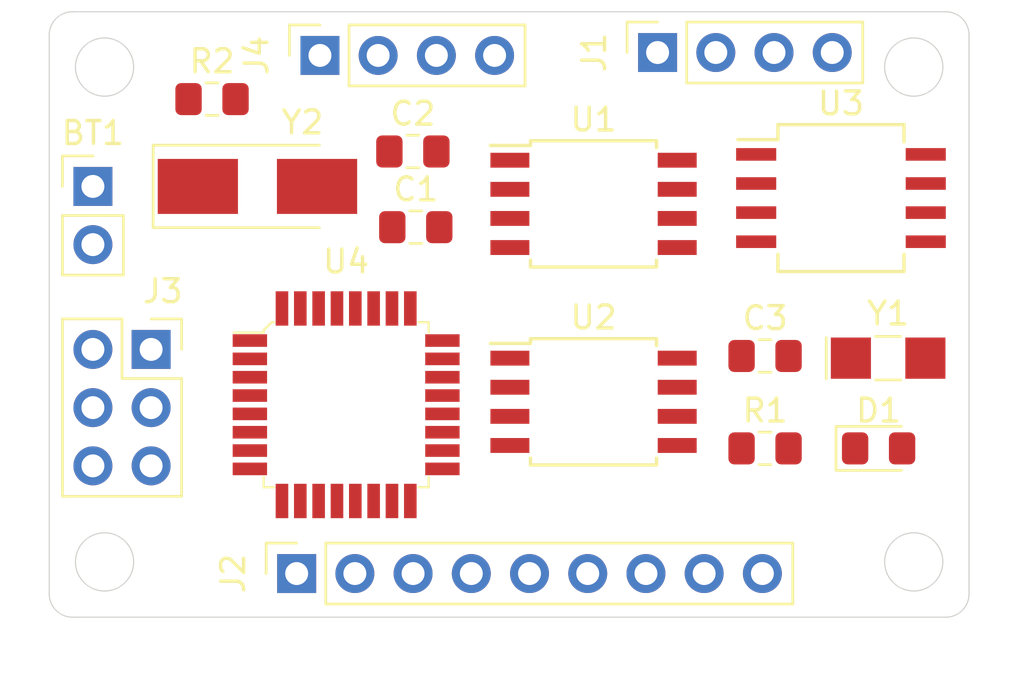
<source format=kicad_pcb>
(kicad_pcb (version 20171130) (host pcbnew "(5.1.4)-1")

  (general
    (thickness 1.6)
    (drawings 12)
    (tracks 0)
    (zones 0)
    (modules 17)
    (nets 32)
  )

  (page A4)
  (title_block
    (title "Arduino Clone")
    (date 2019-10-16)
    (rev v1)
    (company "Designed by Pablo Roig")
    (comment 1 "Battery Powered")
    (comment 2 "Extended EEPROM (2 MB)")
    (comment 3 "With RTC")
  )

  (layers
    (0 F.Cu signal)
    (31 B.Cu signal)
    (32 B.Adhes user)
    (33 F.Adhes user)
    (34 B.Paste user)
    (35 F.Paste user)
    (36 B.SilkS user)
    (37 F.SilkS user)
    (38 B.Mask user)
    (39 F.Mask user)
    (40 Dwgs.User user)
    (41 Cmts.User user)
    (42 Eco1.User user)
    (43 Eco2.User user)
    (44 Edge.Cuts user)
    (45 Margin user)
    (46 B.CrtYd user)
    (47 F.CrtYd user)
    (48 B.Fab user)
    (49 F.Fab user)
  )

  (setup
    (last_trace_width 0.25)
    (user_trace_width 0.3)
    (trace_clearance 0.2)
    (zone_clearance 0.508)
    (zone_45_only no)
    (trace_min 0.2)
    (via_size 0.8)
    (via_drill 0.4)
    (via_min_size 0.4)
    (via_min_drill 0.3)
    (user_via 1 0.6)
    (uvia_size 0.3)
    (uvia_drill 0.1)
    (uvias_allowed no)
    (uvia_min_size 0.2)
    (uvia_min_drill 0.1)
    (edge_width 0.05)
    (segment_width 0.2)
    (pcb_text_width 0.3)
    (pcb_text_size 1.5 1.5)
    (mod_edge_width 0.12)
    (mod_text_size 1 1)
    (mod_text_width 0.15)
    (pad_size 1.524 1.524)
    (pad_drill 0.762)
    (pad_to_mask_clearance 0.051)
    (solder_mask_min_width 0.25)
    (aux_axis_origin 0 0)
    (visible_elements FFFFFF7F)
    (pcbplotparams
      (layerselection 0x010fc_ffffffff)
      (usegerberextensions false)
      (usegerberattributes false)
      (usegerberadvancedattributes false)
      (creategerberjobfile false)
      (excludeedgelayer true)
      (linewidth 0.100000)
      (plotframeref false)
      (viasonmask false)
      (mode 1)
      (useauxorigin false)
      (hpglpennumber 1)
      (hpglpenspeed 20)
      (hpglpendiameter 15.000000)
      (psnegative false)
      (psa4output false)
      (plotreference true)
      (plotvalue true)
      (plotinvisibletext false)
      (padsonsilk false)
      (subtractmaskfromsilk false)
      (outputformat 1)
      (mirror false)
      (drillshape 1)
      (scaleselection 1)
      (outputdirectory ""))
  )

  (net 0 "")
  (net 1 /VCC)
  (net 2 GND)
  (net 3 "Net-(C1-Pad2)")
  (net 4 "Net-(C2-Pad2)")
  (net 5 "Net-(D1-Pad1)")
  (net 6 /SCK)
  (net 7 /RX)
  (net 8 /TX)
  (net 9 /D2)
  (net 10 /D3)
  (net 11 /D4)
  (net 12 /D5)
  (net 13 /D6)
  (net 14 /D7)
  (net 15 /D8)
  (net 16 /MISO)
  (net 17 /MOSI)
  (net 18 /RESET)
  (net 19 /SCL)
  (net 20 /SDA)
  (net 21 /ADDS1)
  (net 22 /ADDS2)
  (net 23 "Net-(U3-Pad1)")
  (net 24 "Net-(U3-Pad2)")
  (net 25 "Net-(U3-Pad7)")
  (net 26 "Net-(U4-Pad13)")
  (net 27 "Net-(U4-Pad14)")
  (net 28 "Net-(U4-Pad19)")
  (net 29 "Net-(U4-Pad22)")
  (net 30 "Net-(U4-Pad25)")
  (net 31 "Net-(U4-Pad26)")

  (net_class Default "This is the default net class."
    (clearance 0.2)
    (trace_width 0.25)
    (via_dia 0.8)
    (via_drill 0.4)
    (uvia_dia 0.3)
    (uvia_drill 0.1)
    (add_net /ADDS1)
    (add_net /ADDS2)
    (add_net /D2)
    (add_net /D3)
    (add_net /D4)
    (add_net /D5)
    (add_net /D6)
    (add_net /D7)
    (add_net /D8)
    (add_net /MISO)
    (add_net /MOSI)
    (add_net /RESET)
    (add_net /RX)
    (add_net /SCK)
    (add_net /SCL)
    (add_net /SDA)
    (add_net /TX)
    (add_net "Net-(C1-Pad2)")
    (add_net "Net-(C2-Pad2)")
    (add_net "Net-(D1-Pad1)")
    (add_net "Net-(U3-Pad1)")
    (add_net "Net-(U3-Pad2)")
    (add_net "Net-(U3-Pad7)")
    (add_net "Net-(U4-Pad13)")
    (add_net "Net-(U4-Pad14)")
    (add_net "Net-(U4-Pad19)")
    (add_net "Net-(U4-Pad22)")
    (add_net "Net-(U4-Pad25)")
    (add_net "Net-(U4-Pad26)")
  )

  (net_class Power ""
    (clearance 0.2)
    (trace_width 0.3)
    (via_dia 1)
    (via_drill 0.6)
    (uvia_dia 0.3)
    (uvia_drill 0.1)
    (add_net /VCC)
    (add_net GND)
  )

  (module Connector_PinHeader_2.54mm:PinHeader_1x02_P2.54mm_Vertical (layer F.Cu) (tedit 59FED5CC) (tstamp 5DA6E56E)
    (at 79.502 127.762)
    (descr "Through hole straight pin header, 1x02, 2.54mm pitch, single row")
    (tags "Through hole pin header THT 1x02 2.54mm single row")
    (path /5DA2ED42)
    (fp_text reference BT1 (at 0 -2.33) (layer F.SilkS)
      (effects (font (size 1 1) (thickness 0.15)))
    )
    (fp_text value "Battery 3V" (at 0 4.87) (layer F.Fab)
      (effects (font (size 1 1) (thickness 0.15)))
    )
    (fp_line (start -0.635 -1.27) (end 1.27 -1.27) (layer F.Fab) (width 0.1))
    (fp_line (start 1.27 -1.27) (end 1.27 3.81) (layer F.Fab) (width 0.1))
    (fp_line (start 1.27 3.81) (end -1.27 3.81) (layer F.Fab) (width 0.1))
    (fp_line (start -1.27 3.81) (end -1.27 -0.635) (layer F.Fab) (width 0.1))
    (fp_line (start -1.27 -0.635) (end -0.635 -1.27) (layer F.Fab) (width 0.1))
    (fp_line (start -1.33 3.87) (end 1.33 3.87) (layer F.SilkS) (width 0.12))
    (fp_line (start -1.33 1.27) (end -1.33 3.87) (layer F.SilkS) (width 0.12))
    (fp_line (start 1.33 1.27) (end 1.33 3.87) (layer F.SilkS) (width 0.12))
    (fp_line (start -1.33 1.27) (end 1.33 1.27) (layer F.SilkS) (width 0.12))
    (fp_line (start -1.33 0) (end -1.33 -1.33) (layer F.SilkS) (width 0.12))
    (fp_line (start -1.33 -1.33) (end 0 -1.33) (layer F.SilkS) (width 0.12))
    (fp_line (start -1.8 -1.8) (end -1.8 4.35) (layer F.CrtYd) (width 0.05))
    (fp_line (start -1.8 4.35) (end 1.8 4.35) (layer F.CrtYd) (width 0.05))
    (fp_line (start 1.8 4.35) (end 1.8 -1.8) (layer F.CrtYd) (width 0.05))
    (fp_line (start 1.8 -1.8) (end -1.8 -1.8) (layer F.CrtYd) (width 0.05))
    (fp_text user %R (at 0 1.27 90) (layer F.Fab)
      (effects (font (size 1 1) (thickness 0.15)))
    )
    (pad 1 thru_hole rect (at 0 0) (size 1.7 1.7) (drill 1) (layers *.Cu *.Mask)
      (net 1 /VCC))
    (pad 2 thru_hole oval (at 0 2.54) (size 1.7 1.7) (drill 1) (layers *.Cu *.Mask)
      (net 2 GND))
    (model ${KISYS3DMOD}/Connector_PinHeader_2.54mm.3dshapes/PinHeader_1x02_P2.54mm_Vertical.wrl
      (at (xyz 0 0 0))
      (scale (xyz 1 1 1))
      (rotate (xyz 0 0 0))
    )
  )

  (module Capacitor_SMD:C_0805_2012Metric_Pad1.15x1.40mm_HandSolder (layer F.Cu) (tedit 5B36C52B) (tstamp 5DA6D4B2)
    (at 93.59 129.54)
    (descr "Capacitor SMD 0805 (2012 Metric), square (rectangular) end terminal, IPC_7351 nominal with elongated pad for handsoldering. (Body size source: https://docs.google.com/spreadsheets/d/1BsfQQcO9C6DZCsRaXUlFlo91Tg2WpOkGARC1WS5S8t0/edit?usp=sharing), generated with kicad-footprint-generator")
    (tags "capacitor handsolder")
    (path /5DA2FE65)
    (attr smd)
    (fp_text reference C1 (at 0 -1.65) (layer F.SilkS)
      (effects (font (size 1 1) (thickness 0.15)))
    )
    (fp_text value 22pF (at 0 1.65) (layer F.Fab)
      (effects (font (size 1 1) (thickness 0.15)))
    )
    (fp_line (start -1 0.6) (end -1 -0.6) (layer F.Fab) (width 0.1))
    (fp_line (start -1 -0.6) (end 1 -0.6) (layer F.Fab) (width 0.1))
    (fp_line (start 1 -0.6) (end 1 0.6) (layer F.Fab) (width 0.1))
    (fp_line (start 1 0.6) (end -1 0.6) (layer F.Fab) (width 0.1))
    (fp_line (start -0.261252 -0.71) (end 0.261252 -0.71) (layer F.SilkS) (width 0.12))
    (fp_line (start -0.261252 0.71) (end 0.261252 0.71) (layer F.SilkS) (width 0.12))
    (fp_line (start -1.85 0.95) (end -1.85 -0.95) (layer F.CrtYd) (width 0.05))
    (fp_line (start -1.85 -0.95) (end 1.85 -0.95) (layer F.CrtYd) (width 0.05))
    (fp_line (start 1.85 -0.95) (end 1.85 0.95) (layer F.CrtYd) (width 0.05))
    (fp_line (start 1.85 0.95) (end -1.85 0.95) (layer F.CrtYd) (width 0.05))
    (fp_text user %R (at 0 0) (layer F.Fab)
      (effects (font (size 0.5 0.5) (thickness 0.08)))
    )
    (pad 1 smd roundrect (at -1.025 0) (size 1.15 1.4) (layers F.Cu F.Paste F.Mask) (roundrect_rratio 0.217391)
      (net 2 GND))
    (pad 2 smd roundrect (at 1.025 0) (size 1.15 1.4) (layers F.Cu F.Paste F.Mask) (roundrect_rratio 0.217391)
      (net 3 "Net-(C1-Pad2)"))
    (model ${KISYS3DMOD}/Capacitor_SMD.3dshapes/C_0805_2012Metric.wrl
      (at (xyz 0 0 0))
      (scale (xyz 1 1 1))
      (rotate (xyz 0 0 0))
    )
  )

  (module Capacitor_SMD:C_0805_2012Metric_Pad1.15x1.40mm_HandSolder (layer F.Cu) (tedit 5B36C52B) (tstamp 5DA6D4C3)
    (at 93.463 126.238)
    (descr "Capacitor SMD 0805 (2012 Metric), square (rectangular) end terminal, IPC_7351 nominal with elongated pad for handsoldering. (Body size source: https://docs.google.com/spreadsheets/d/1BsfQQcO9C6DZCsRaXUlFlo91Tg2WpOkGARC1WS5S8t0/edit?usp=sharing), generated with kicad-footprint-generator")
    (tags "capacitor handsolder")
    (path /5DA30297)
    (attr smd)
    (fp_text reference C2 (at 0 -1.65) (layer F.SilkS)
      (effects (font (size 1 1) (thickness 0.15)))
    )
    (fp_text value 22pF (at 0 1.65) (layer F.Fab)
      (effects (font (size 1 1) (thickness 0.15)))
    )
    (fp_text user %R (at 0 0) (layer F.Fab)
      (effects (font (size 0.5 0.5) (thickness 0.08)))
    )
    (fp_line (start 1.85 0.95) (end -1.85 0.95) (layer F.CrtYd) (width 0.05))
    (fp_line (start 1.85 -0.95) (end 1.85 0.95) (layer F.CrtYd) (width 0.05))
    (fp_line (start -1.85 -0.95) (end 1.85 -0.95) (layer F.CrtYd) (width 0.05))
    (fp_line (start -1.85 0.95) (end -1.85 -0.95) (layer F.CrtYd) (width 0.05))
    (fp_line (start -0.261252 0.71) (end 0.261252 0.71) (layer F.SilkS) (width 0.12))
    (fp_line (start -0.261252 -0.71) (end 0.261252 -0.71) (layer F.SilkS) (width 0.12))
    (fp_line (start 1 0.6) (end -1 0.6) (layer F.Fab) (width 0.1))
    (fp_line (start 1 -0.6) (end 1 0.6) (layer F.Fab) (width 0.1))
    (fp_line (start -1 -0.6) (end 1 -0.6) (layer F.Fab) (width 0.1))
    (fp_line (start -1 0.6) (end -1 -0.6) (layer F.Fab) (width 0.1))
    (pad 2 smd roundrect (at 1.025 0) (size 1.15 1.4) (layers F.Cu F.Paste F.Mask) (roundrect_rratio 0.217391)
      (net 4 "Net-(C2-Pad2)"))
    (pad 1 smd roundrect (at -1.025 0) (size 1.15 1.4) (layers F.Cu F.Paste F.Mask) (roundrect_rratio 0.217391)
      (net 2 GND))
    (model ${KISYS3DMOD}/Capacitor_SMD.3dshapes/C_0805_2012Metric.wrl
      (at (xyz 0 0 0))
      (scale (xyz 1 1 1))
      (rotate (xyz 0 0 0))
    )
  )

  (module Capacitor_SMD:C_0805_2012Metric_Pad1.15x1.40mm_HandSolder (layer F.Cu) (tedit 5B36C52B) (tstamp 5DA6D4D4)
    (at 108.83 135.16)
    (descr "Capacitor SMD 0805 (2012 Metric), square (rectangular) end terminal, IPC_7351 nominal with elongated pad for handsoldering. (Body size source: https://docs.google.com/spreadsheets/d/1BsfQQcO9C6DZCsRaXUlFlo91Tg2WpOkGARC1WS5S8t0/edit?usp=sharing), generated with kicad-footprint-generator")
    (tags "capacitor handsolder")
    (path /5DA309D4)
    (attr smd)
    (fp_text reference C3 (at 0 -1.65) (layer F.SilkS)
      (effects (font (size 1 1) (thickness 0.15)))
    )
    (fp_text value 10uF (at 0 1.65) (layer F.Fab)
      (effects (font (size 1 1) (thickness 0.15)))
    )
    (fp_line (start -1 0.6) (end -1 -0.6) (layer F.Fab) (width 0.1))
    (fp_line (start -1 -0.6) (end 1 -0.6) (layer F.Fab) (width 0.1))
    (fp_line (start 1 -0.6) (end 1 0.6) (layer F.Fab) (width 0.1))
    (fp_line (start 1 0.6) (end -1 0.6) (layer F.Fab) (width 0.1))
    (fp_line (start -0.261252 -0.71) (end 0.261252 -0.71) (layer F.SilkS) (width 0.12))
    (fp_line (start -0.261252 0.71) (end 0.261252 0.71) (layer F.SilkS) (width 0.12))
    (fp_line (start -1.85 0.95) (end -1.85 -0.95) (layer F.CrtYd) (width 0.05))
    (fp_line (start -1.85 -0.95) (end 1.85 -0.95) (layer F.CrtYd) (width 0.05))
    (fp_line (start 1.85 -0.95) (end 1.85 0.95) (layer F.CrtYd) (width 0.05))
    (fp_line (start 1.85 0.95) (end -1.85 0.95) (layer F.CrtYd) (width 0.05))
    (fp_text user %R (at 0 0) (layer F.Fab)
      (effects (font (size 0.5 0.5) (thickness 0.08)))
    )
    (pad 1 smd roundrect (at -1.025 0) (size 1.15 1.4) (layers F.Cu F.Paste F.Mask) (roundrect_rratio 0.217391)
      (net 1 /VCC))
    (pad 2 smd roundrect (at 1.025 0) (size 1.15 1.4) (layers F.Cu F.Paste F.Mask) (roundrect_rratio 0.217391)
      (net 2 GND))
    (model ${KISYS3DMOD}/Capacitor_SMD.3dshapes/C_0805_2012Metric.wrl
      (at (xyz 0 0 0))
      (scale (xyz 1 1 1))
      (rotate (xyz 0 0 0))
    )
  )

  (module LED_SMD:LED_0805_2012Metric_Pad1.15x1.40mm_HandSolder (layer F.Cu) (tedit 5B4B45C9) (tstamp 5DA6D4E7)
    (at 113.783 139.192)
    (descr "LED SMD 0805 (2012 Metric), square (rectangular) end terminal, IPC_7351 nominal, (Body size source: https://docs.google.com/spreadsheets/d/1BsfQQcO9C6DZCsRaXUlFlo91Tg2WpOkGARC1WS5S8t0/edit?usp=sharing), generated with kicad-footprint-generator")
    (tags "LED handsolder")
    (path /5DA313E3)
    (attr smd)
    (fp_text reference D1 (at 0 -1.65) (layer F.SilkS)
      (effects (font (size 1 1) (thickness 0.15)))
    )
    (fp_text value LED (at 0 1.65) (layer F.Fab)
      (effects (font (size 1 1) (thickness 0.15)))
    )
    (fp_line (start 1 -0.6) (end -0.7 -0.6) (layer F.Fab) (width 0.1))
    (fp_line (start -0.7 -0.6) (end -1 -0.3) (layer F.Fab) (width 0.1))
    (fp_line (start -1 -0.3) (end -1 0.6) (layer F.Fab) (width 0.1))
    (fp_line (start -1 0.6) (end 1 0.6) (layer F.Fab) (width 0.1))
    (fp_line (start 1 0.6) (end 1 -0.6) (layer F.Fab) (width 0.1))
    (fp_line (start 1 -0.96) (end -1.86 -0.96) (layer F.SilkS) (width 0.12))
    (fp_line (start -1.86 -0.96) (end -1.86 0.96) (layer F.SilkS) (width 0.12))
    (fp_line (start -1.86 0.96) (end 1 0.96) (layer F.SilkS) (width 0.12))
    (fp_line (start -1.85 0.95) (end -1.85 -0.95) (layer F.CrtYd) (width 0.05))
    (fp_line (start -1.85 -0.95) (end 1.85 -0.95) (layer F.CrtYd) (width 0.05))
    (fp_line (start 1.85 -0.95) (end 1.85 0.95) (layer F.CrtYd) (width 0.05))
    (fp_line (start 1.85 0.95) (end -1.85 0.95) (layer F.CrtYd) (width 0.05))
    (fp_text user %R (at 0 0) (layer F.Fab)
      (effects (font (size 0.5 0.5) (thickness 0.08)))
    )
    (pad 1 smd roundrect (at -1.025 0) (size 1.15 1.4) (layers F.Cu F.Paste F.Mask) (roundrect_rratio 0.217391)
      (net 5 "Net-(D1-Pad1)"))
    (pad 2 smd roundrect (at 1.025 0) (size 1.15 1.4) (layers F.Cu F.Paste F.Mask) (roundrect_rratio 0.217391)
      (net 6 /SCK))
    (model ${KISYS3DMOD}/LED_SMD.3dshapes/LED_0805_2012Metric.wrl
      (at (xyz 0 0 0))
      (scale (xyz 1 1 1))
      (rotate (xyz 0 0 0))
    )
  )

  (module Connector_PinSocket_2.54mm:PinSocket_1x04_P2.54mm_Vertical (layer F.Cu) (tedit 5A19A429) (tstamp 5DA6F461)
    (at 104.14 121.92 90)
    (descr "Through hole straight socket strip, 1x04, 2.54mm pitch, single row (from Kicad 4.0.7), script generated")
    (tags "Through hole socket strip THT 1x04 2.54mm single row")
    (path /5DA33D85/5DA389EB)
    (fp_text reference J1 (at 0 -2.77 90) (layer F.SilkS)
      (effects (font (size 1 1) (thickness 0.15)))
    )
    (fp_text value Serial (at 0 10.39 90) (layer F.Fab)
      (effects (font (size 1 1) (thickness 0.15)))
    )
    (fp_line (start -1.27 -1.27) (end 0.635 -1.27) (layer F.Fab) (width 0.1))
    (fp_line (start 0.635 -1.27) (end 1.27 -0.635) (layer F.Fab) (width 0.1))
    (fp_line (start 1.27 -0.635) (end 1.27 8.89) (layer F.Fab) (width 0.1))
    (fp_line (start 1.27 8.89) (end -1.27 8.89) (layer F.Fab) (width 0.1))
    (fp_line (start -1.27 8.89) (end -1.27 -1.27) (layer F.Fab) (width 0.1))
    (fp_line (start -1.33 1.27) (end 1.33 1.27) (layer F.SilkS) (width 0.12))
    (fp_line (start -1.33 1.27) (end -1.33 8.95) (layer F.SilkS) (width 0.12))
    (fp_line (start -1.33 8.95) (end 1.33 8.95) (layer F.SilkS) (width 0.12))
    (fp_line (start 1.33 1.27) (end 1.33 8.95) (layer F.SilkS) (width 0.12))
    (fp_line (start 1.33 -1.33) (end 1.33 0) (layer F.SilkS) (width 0.12))
    (fp_line (start 0 -1.33) (end 1.33 -1.33) (layer F.SilkS) (width 0.12))
    (fp_line (start -1.8 -1.8) (end 1.75 -1.8) (layer F.CrtYd) (width 0.05))
    (fp_line (start 1.75 -1.8) (end 1.75 9.4) (layer F.CrtYd) (width 0.05))
    (fp_line (start 1.75 9.4) (end -1.8 9.4) (layer F.CrtYd) (width 0.05))
    (fp_line (start -1.8 9.4) (end -1.8 -1.8) (layer F.CrtYd) (width 0.05))
    (fp_text user %R (at 0 3.81) (layer F.Fab)
      (effects (font (size 1 1) (thickness 0.15)))
    )
    (pad 1 thru_hole rect (at 0 0 90) (size 1.7 1.7) (drill 1) (layers *.Cu *.Mask)
      (net 2 GND))
    (pad 2 thru_hole oval (at 0 2.54 90) (size 1.7 1.7) (drill 1) (layers *.Cu *.Mask)
      (net 1 /VCC))
    (pad 3 thru_hole oval (at 0 5.08 90) (size 1.7 1.7) (drill 1) (layers *.Cu *.Mask)
      (net 7 /RX))
    (pad 4 thru_hole oval (at 0 7.62 90) (size 1.7 1.7) (drill 1) (layers *.Cu *.Mask)
      (net 8 /TX))
    (model ${KISYS3DMOD}/Connector_PinSocket_2.54mm.3dshapes/PinSocket_1x04_P2.54mm_Vertical.wrl
      (at (xyz 0 0 0))
      (scale (xyz 1 1 1))
      (rotate (xyz 0 0 0))
    )
  )

  (module Connector_PinSocket_2.54mm:PinSocket_1x09_P2.54mm_Vertical (layer F.Cu) (tedit 5A19A431) (tstamp 5DA6D51C)
    (at 88.392 144.653 90)
    (descr "Through hole straight socket strip, 1x09, 2.54mm pitch, single row (from Kicad 4.0.7), script generated")
    (tags "Through hole socket strip THT 1x09 2.54mm single row")
    (path /5DA33D85/5DA360A7)
    (fp_text reference J2 (at 0 -2.77 90) (layer F.SilkS)
      (effects (font (size 1 1) (thickness 0.15)))
    )
    (fp_text value "Digital pins" (at 0 23.09 90) (layer F.Fab)
      (effects (font (size 1 1) (thickness 0.15)))
    )
    (fp_line (start -1.27 -1.27) (end 0.635 -1.27) (layer F.Fab) (width 0.1))
    (fp_line (start 0.635 -1.27) (end 1.27 -0.635) (layer F.Fab) (width 0.1))
    (fp_line (start 1.27 -0.635) (end 1.27 21.59) (layer F.Fab) (width 0.1))
    (fp_line (start 1.27 21.59) (end -1.27 21.59) (layer F.Fab) (width 0.1))
    (fp_line (start -1.27 21.59) (end -1.27 -1.27) (layer F.Fab) (width 0.1))
    (fp_line (start -1.33 1.27) (end 1.33 1.27) (layer F.SilkS) (width 0.12))
    (fp_line (start -1.33 1.27) (end -1.33 21.65) (layer F.SilkS) (width 0.12))
    (fp_line (start -1.33 21.65) (end 1.33 21.65) (layer F.SilkS) (width 0.12))
    (fp_line (start 1.33 1.27) (end 1.33 21.65) (layer F.SilkS) (width 0.12))
    (fp_line (start 1.33 -1.33) (end 1.33 0) (layer F.SilkS) (width 0.12))
    (fp_line (start 0 -1.33) (end 1.33 -1.33) (layer F.SilkS) (width 0.12))
    (fp_line (start -1.8 -1.8) (end 1.75 -1.8) (layer F.CrtYd) (width 0.05))
    (fp_line (start 1.75 -1.8) (end 1.75 22.1) (layer F.CrtYd) (width 0.05))
    (fp_line (start 1.75 22.1) (end -1.8 22.1) (layer F.CrtYd) (width 0.05))
    (fp_line (start -1.8 22.1) (end -1.8 -1.8) (layer F.CrtYd) (width 0.05))
    (fp_text user %R (at 0 10.16) (layer F.Fab)
      (effects (font (size 1 1) (thickness 0.15)))
    )
    (pad 1 thru_hole rect (at 0 0 90) (size 1.7 1.7) (drill 1) (layers *.Cu *.Mask)
      (net 9 /D2))
    (pad 2 thru_hole oval (at 0 2.54 90) (size 1.7 1.7) (drill 1) (layers *.Cu *.Mask)
      (net 10 /D3))
    (pad 3 thru_hole oval (at 0 5.08 90) (size 1.7 1.7) (drill 1) (layers *.Cu *.Mask)
      (net 11 /D4))
    (pad 4 thru_hole oval (at 0 7.62 90) (size 1.7 1.7) (drill 1) (layers *.Cu *.Mask)
      (net 12 /D5))
    (pad 5 thru_hole oval (at 0 10.16 90) (size 1.7 1.7) (drill 1) (layers *.Cu *.Mask)
      (net 13 /D6))
    (pad 6 thru_hole oval (at 0 12.7 90) (size 1.7 1.7) (drill 1) (layers *.Cu *.Mask)
      (net 14 /D7))
    (pad 7 thru_hole oval (at 0 15.24 90) (size 1.7 1.7) (drill 1) (layers *.Cu *.Mask)
      (net 15 /D8))
    (pad 8 thru_hole oval (at 0 17.78 90) (size 1.7 1.7) (drill 1) (layers *.Cu *.Mask)
      (net 2 GND))
    (pad 9 thru_hole oval (at 0 20.32 90) (size 1.7 1.7) (drill 1) (layers *.Cu *.Mask)
      (net 1 /VCC))
    (model ${KISYS3DMOD}/Connector_PinSocket_2.54mm.3dshapes/PinSocket_1x09_P2.54mm_Vertical.wrl
      (at (xyz 0 0 0))
      (scale (xyz 1 1 1))
      (rotate (xyz 0 0 0))
    )
  )

  (module Connector_PinSocket_2.54mm:PinSocket_2x03_P2.54mm_Vertical (layer F.Cu) (tedit 5A19A425) (tstamp 5DA6E417)
    (at 82.042 134.874)
    (descr "Through hole straight socket strip, 2x03, 2.54mm pitch, double cols (from Kicad 4.0.7), script generated")
    (tags "Through hole socket strip THT 2x03 2.54mm double row")
    (path /5DA33D85/5DA37BBF)
    (fp_text reference J3 (at 0.508 -2.54) (layer F.SilkS)
      (effects (font (size 1 1) (thickness 0.15)))
    )
    (fp_text value ICSP (at -1.27 7.85) (layer F.Fab)
      (effects (font (size 1 1) (thickness 0.15)))
    )
    (fp_line (start -3.81 -1.27) (end 0.27 -1.27) (layer F.Fab) (width 0.1))
    (fp_line (start 0.27 -1.27) (end 1.27 -0.27) (layer F.Fab) (width 0.1))
    (fp_line (start 1.27 -0.27) (end 1.27 6.35) (layer F.Fab) (width 0.1))
    (fp_line (start 1.27 6.35) (end -3.81 6.35) (layer F.Fab) (width 0.1))
    (fp_line (start -3.81 6.35) (end -3.81 -1.27) (layer F.Fab) (width 0.1))
    (fp_line (start -3.87 -1.33) (end -1.27 -1.33) (layer F.SilkS) (width 0.12))
    (fp_line (start -3.87 -1.33) (end -3.87 6.41) (layer F.SilkS) (width 0.12))
    (fp_line (start -3.87 6.41) (end 1.33 6.41) (layer F.SilkS) (width 0.12))
    (fp_line (start 1.33 1.27) (end 1.33 6.41) (layer F.SilkS) (width 0.12))
    (fp_line (start -1.27 1.27) (end 1.33 1.27) (layer F.SilkS) (width 0.12))
    (fp_line (start -1.27 -1.33) (end -1.27 1.27) (layer F.SilkS) (width 0.12))
    (fp_line (start 1.33 -1.33) (end 1.33 0) (layer F.SilkS) (width 0.12))
    (fp_line (start 0 -1.33) (end 1.33 -1.33) (layer F.SilkS) (width 0.12))
    (fp_line (start -4.34 -1.8) (end 1.76 -1.8) (layer F.CrtYd) (width 0.05))
    (fp_line (start 1.76 -1.8) (end 1.76 6.85) (layer F.CrtYd) (width 0.05))
    (fp_line (start 1.76 6.85) (end -4.34 6.85) (layer F.CrtYd) (width 0.05))
    (fp_line (start -4.34 6.85) (end -4.34 -1.8) (layer F.CrtYd) (width 0.05))
    (fp_text user %R (at -1.27 2.54 90) (layer F.Fab)
      (effects (font (size 1 1) (thickness 0.15)))
    )
    (pad 1 thru_hole rect (at 0 0) (size 1.7 1.7) (drill 1) (layers *.Cu *.Mask)
      (net 16 /MISO))
    (pad 2 thru_hole oval (at -2.54 0) (size 1.7 1.7) (drill 1) (layers *.Cu *.Mask)
      (net 1 /VCC))
    (pad 3 thru_hole oval (at 0 2.54) (size 1.7 1.7) (drill 1) (layers *.Cu *.Mask)
      (net 6 /SCK))
    (pad 4 thru_hole oval (at -2.54 2.54) (size 1.7 1.7) (drill 1) (layers *.Cu *.Mask)
      (net 17 /MOSI))
    (pad 5 thru_hole oval (at 0 5.08) (size 1.7 1.7) (drill 1) (layers *.Cu *.Mask)
      (net 18 /RESET))
    (pad 6 thru_hole oval (at -2.54 5.08) (size 1.7 1.7) (drill 1) (layers *.Cu *.Mask)
      (net 2 GND))
    (model ${KISYS3DMOD}/Connector_PinSocket_2.54mm.3dshapes/PinSocket_2x03_P2.54mm_Vertical.wrl
      (at (xyz 0 0 0))
      (scale (xyz 1 1 1))
      (rotate (xyz 0 0 0))
    )
  )

  (module Connector_PinSocket_2.54mm:PinSocket_1x04_P2.54mm_Vertical (layer F.Cu) (tedit 5A19A429) (tstamp 5DA6D550)
    (at 89.408 122.047 90)
    (descr "Through hole straight socket strip, 1x04, 2.54mm pitch, single row (from Kicad 4.0.7), script generated")
    (tags "Through hole socket strip THT 1x04 2.54mm single row")
    (path /5DA33D85/5DA37217)
    (fp_text reference J4 (at 0 -2.77 90) (layer F.SilkS)
      (effects (font (size 1 1) (thickness 0.15)))
    )
    (fp_text value I2C (at 0 10.39 90) (layer F.Fab)
      (effects (font (size 1 1) (thickness 0.15)))
    )
    (fp_text user %R (at 0 3.81) (layer F.Fab)
      (effects (font (size 1 1) (thickness 0.15)))
    )
    (fp_line (start -1.8 9.4) (end -1.8 -1.8) (layer F.CrtYd) (width 0.05))
    (fp_line (start 1.75 9.4) (end -1.8 9.4) (layer F.CrtYd) (width 0.05))
    (fp_line (start 1.75 -1.8) (end 1.75 9.4) (layer F.CrtYd) (width 0.05))
    (fp_line (start -1.8 -1.8) (end 1.75 -1.8) (layer F.CrtYd) (width 0.05))
    (fp_line (start 0 -1.33) (end 1.33 -1.33) (layer F.SilkS) (width 0.12))
    (fp_line (start 1.33 -1.33) (end 1.33 0) (layer F.SilkS) (width 0.12))
    (fp_line (start 1.33 1.27) (end 1.33 8.95) (layer F.SilkS) (width 0.12))
    (fp_line (start -1.33 8.95) (end 1.33 8.95) (layer F.SilkS) (width 0.12))
    (fp_line (start -1.33 1.27) (end -1.33 8.95) (layer F.SilkS) (width 0.12))
    (fp_line (start -1.33 1.27) (end 1.33 1.27) (layer F.SilkS) (width 0.12))
    (fp_line (start -1.27 8.89) (end -1.27 -1.27) (layer F.Fab) (width 0.1))
    (fp_line (start 1.27 8.89) (end -1.27 8.89) (layer F.Fab) (width 0.1))
    (fp_line (start 1.27 -0.635) (end 1.27 8.89) (layer F.Fab) (width 0.1))
    (fp_line (start 0.635 -1.27) (end 1.27 -0.635) (layer F.Fab) (width 0.1))
    (fp_line (start -1.27 -1.27) (end 0.635 -1.27) (layer F.Fab) (width 0.1))
    (pad 4 thru_hole oval (at 0 7.62 90) (size 1.7 1.7) (drill 1) (layers *.Cu *.Mask)
      (net 19 /SCL))
    (pad 3 thru_hole oval (at 0 5.08 90) (size 1.7 1.7) (drill 1) (layers *.Cu *.Mask)
      (net 20 /SDA))
    (pad 2 thru_hole oval (at 0 2.54 90) (size 1.7 1.7) (drill 1) (layers *.Cu *.Mask)
      (net 1 /VCC))
    (pad 1 thru_hole rect (at 0 0 90) (size 1.7 1.7) (drill 1) (layers *.Cu *.Mask)
      (net 2 GND))
    (model ${KISYS3DMOD}/Connector_PinSocket_2.54mm.3dshapes/PinSocket_1x04_P2.54mm_Vertical.wrl
      (at (xyz 0 0 0))
      (scale (xyz 1 1 1))
      (rotate (xyz 0 0 0))
    )
  )

  (module Resistor_SMD:R_0805_2012Metric_Pad1.15x1.40mm_HandSolder (layer F.Cu) (tedit 5B36C52B) (tstamp 5DA6D561)
    (at 108.83 139.192)
    (descr "Resistor SMD 0805 (2012 Metric), square (rectangular) end terminal, IPC_7351 nominal with elongated pad for handsoldering. (Body size source: https://docs.google.com/spreadsheets/d/1BsfQQcO9C6DZCsRaXUlFlo91Tg2WpOkGARC1WS5S8t0/edit?usp=sharing), generated with kicad-footprint-generator")
    (tags "resistor handsolder")
    (path /5DA31FF8)
    (attr smd)
    (fp_text reference R1 (at 0 -1.65) (layer F.SilkS)
      (effects (font (size 1 1) (thickness 0.15)))
    )
    (fp_text value 330Ohm (at 0 1.65) (layer F.Fab)
      (effects (font (size 1 1) (thickness 0.15)))
    )
    (fp_line (start -1 0.6) (end -1 -0.6) (layer F.Fab) (width 0.1))
    (fp_line (start -1 -0.6) (end 1 -0.6) (layer F.Fab) (width 0.1))
    (fp_line (start 1 -0.6) (end 1 0.6) (layer F.Fab) (width 0.1))
    (fp_line (start 1 0.6) (end -1 0.6) (layer F.Fab) (width 0.1))
    (fp_line (start -0.261252 -0.71) (end 0.261252 -0.71) (layer F.SilkS) (width 0.12))
    (fp_line (start -0.261252 0.71) (end 0.261252 0.71) (layer F.SilkS) (width 0.12))
    (fp_line (start -1.85 0.95) (end -1.85 -0.95) (layer F.CrtYd) (width 0.05))
    (fp_line (start -1.85 -0.95) (end 1.85 -0.95) (layer F.CrtYd) (width 0.05))
    (fp_line (start 1.85 -0.95) (end 1.85 0.95) (layer F.CrtYd) (width 0.05))
    (fp_line (start 1.85 0.95) (end -1.85 0.95) (layer F.CrtYd) (width 0.05))
    (fp_text user %R (at 0 0) (layer F.Fab)
      (effects (font (size 0.5 0.5) (thickness 0.08)))
    )
    (pad 1 smd roundrect (at -1.025 0) (size 1.15 1.4) (layers F.Cu F.Paste F.Mask) (roundrect_rratio 0.217391)
      (net 5 "Net-(D1-Pad1)"))
    (pad 2 smd roundrect (at 1.025 0) (size 1.15 1.4) (layers F.Cu F.Paste F.Mask) (roundrect_rratio 0.217391)
      (net 2 GND))
    (model ${KISYS3DMOD}/Resistor_SMD.3dshapes/R_0805_2012Metric.wrl
      (at (xyz 0 0 0))
      (scale (xyz 1 1 1))
      (rotate (xyz 0 0 0))
    )
  )

  (module Resistor_SMD:R_0805_2012Metric_Pad1.15x1.40mm_HandSolder (layer F.Cu) (tedit 5B36C52B) (tstamp 5DA6D572)
    (at 84.7 123.952)
    (descr "Resistor SMD 0805 (2012 Metric), square (rectangular) end terminal, IPC_7351 nominal with elongated pad for handsoldering. (Body size source: https://docs.google.com/spreadsheets/d/1BsfQQcO9C6DZCsRaXUlFlo91Tg2WpOkGARC1WS5S8t0/edit?usp=sharing), generated with kicad-footprint-generator")
    (tags "resistor handsolder")
    (path /5DA326D9)
    (attr smd)
    (fp_text reference R2 (at 0 -1.65) (layer F.SilkS)
      (effects (font (size 1 1) (thickness 0.15)))
    )
    (fp_text value 10kOhm (at 0 1.65) (layer F.Fab)
      (effects (font (size 1 1) (thickness 0.15)))
    )
    (fp_text user %R (at 0 0) (layer F.Fab)
      (effects (font (size 0.5 0.5) (thickness 0.08)))
    )
    (fp_line (start 1.85 0.95) (end -1.85 0.95) (layer F.CrtYd) (width 0.05))
    (fp_line (start 1.85 -0.95) (end 1.85 0.95) (layer F.CrtYd) (width 0.05))
    (fp_line (start -1.85 -0.95) (end 1.85 -0.95) (layer F.CrtYd) (width 0.05))
    (fp_line (start -1.85 0.95) (end -1.85 -0.95) (layer F.CrtYd) (width 0.05))
    (fp_line (start -0.261252 0.71) (end 0.261252 0.71) (layer F.SilkS) (width 0.12))
    (fp_line (start -0.261252 -0.71) (end 0.261252 -0.71) (layer F.SilkS) (width 0.12))
    (fp_line (start 1 0.6) (end -1 0.6) (layer F.Fab) (width 0.1))
    (fp_line (start 1 -0.6) (end 1 0.6) (layer F.Fab) (width 0.1))
    (fp_line (start -1 -0.6) (end 1 -0.6) (layer F.Fab) (width 0.1))
    (fp_line (start -1 0.6) (end -1 -0.6) (layer F.Fab) (width 0.1))
    (pad 2 smd roundrect (at 1.025 0) (size 1.15 1.4) (layers F.Cu F.Paste F.Mask) (roundrect_rratio 0.217391)
      (net 18 /RESET))
    (pad 1 smd roundrect (at -1.025 0) (size 1.15 1.4) (layers F.Cu F.Paste F.Mask) (roundrect_rratio 0.217391)
      (net 1 /VCC))
    (model ${KISYS3DMOD}/Resistor_SMD.3dshapes/R_0805_2012Metric.wrl
      (at (xyz 0 0 0))
      (scale (xyz 1 1 1))
      (rotate (xyz 0 0 0))
    )
  )

  (module Package_SO:SOIJ-8_5.3x5.3mm_P1.27mm (layer F.Cu) (tedit 5A02F2D3) (tstamp 5DA6FA85)
    (at 101.346 128.524)
    (descr "8-Lead Plastic Small Outline (SM) - Medium, 5.28 mm Body [SOIC] (see Microchip Packaging Specification 00000049BS.pdf)")
    (tags "SOIC 1.27")
    (path /5DA32AA2)
    (attr smd)
    (fp_text reference U1 (at 0 -3.68) (layer F.SilkS)
      (effects (font (size 1 1) (thickness 0.15)))
    )
    (fp_text value 24LC1025 (at 0 3.68) (layer F.Fab)
      (effects (font (size 1 1) (thickness 0.15)))
    )
    (fp_text user %R (at 0 0) (layer F.Fab)
      (effects (font (size 1 1) (thickness 0.15)))
    )
    (fp_line (start -1.65 -2.65) (end 2.65 -2.65) (layer F.Fab) (width 0.15))
    (fp_line (start 2.65 -2.65) (end 2.65 2.65) (layer F.Fab) (width 0.15))
    (fp_line (start 2.65 2.65) (end -2.65 2.65) (layer F.Fab) (width 0.15))
    (fp_line (start -2.65 2.65) (end -2.65 -1.65) (layer F.Fab) (width 0.15))
    (fp_line (start -2.65 -1.65) (end -1.65 -2.65) (layer F.Fab) (width 0.15))
    (fp_line (start -4.75 -2.95) (end -4.75 2.95) (layer F.CrtYd) (width 0.05))
    (fp_line (start 4.75 -2.95) (end 4.75 2.95) (layer F.CrtYd) (width 0.05))
    (fp_line (start -4.75 -2.95) (end 4.75 -2.95) (layer F.CrtYd) (width 0.05))
    (fp_line (start -4.75 2.95) (end 4.75 2.95) (layer F.CrtYd) (width 0.05))
    (fp_line (start -2.75 -2.755) (end -2.75 -2.55) (layer F.SilkS) (width 0.15))
    (fp_line (start 2.75 -2.755) (end 2.75 -2.455) (layer F.SilkS) (width 0.15))
    (fp_line (start 2.75 2.755) (end 2.75 2.455) (layer F.SilkS) (width 0.15))
    (fp_line (start -2.75 2.755) (end -2.75 2.455) (layer F.SilkS) (width 0.15))
    (fp_line (start -2.75 -2.755) (end 2.75 -2.755) (layer F.SilkS) (width 0.15))
    (fp_line (start -2.75 2.755) (end 2.75 2.755) (layer F.SilkS) (width 0.15))
    (fp_line (start -2.75 -2.55) (end -4.5 -2.55) (layer F.SilkS) (width 0.15))
    (pad 1 smd rect (at -3.65 -1.905) (size 1.7 0.65) (layers F.Cu F.Paste F.Mask)
      (net 21 /ADDS1))
    (pad 2 smd rect (at -3.65 -0.635) (size 1.7 0.65) (layers F.Cu F.Paste F.Mask)
      (net 22 /ADDS2))
    (pad 3 smd rect (at -3.65 0.635) (size 1.7 0.65) (layers F.Cu F.Paste F.Mask)
      (net 1 /VCC))
    (pad 4 smd rect (at -3.65 1.905) (size 1.7 0.65) (layers F.Cu F.Paste F.Mask)
      (net 2 GND))
    (pad 5 smd rect (at 3.65 1.905) (size 1.7 0.65) (layers F.Cu F.Paste F.Mask)
      (net 20 /SDA))
    (pad 6 smd rect (at 3.65 0.635) (size 1.7 0.65) (layers F.Cu F.Paste F.Mask)
      (net 19 /SCL))
    (pad 7 smd rect (at 3.65 -0.635) (size 1.7 0.65) (layers F.Cu F.Paste F.Mask)
      (net 2 GND))
    (pad 8 smd rect (at 3.65 -1.905) (size 1.7 0.65) (layers F.Cu F.Paste F.Mask)
      (net 1 /VCC))
    (model ${KISYS3DMOD}/Package_SO.3dshapes/SOIJ-8_5.3x5.3mm_P1.27mm.wrl
      (at (xyz 0 0 0))
      (scale (xyz 1 1 1))
      (rotate (xyz 0 0 0))
    )
  )

  (module Package_SO:SOIJ-8_5.3x5.3mm_P1.27mm (layer F.Cu) (tedit 5A02F2D3) (tstamp 5DA6EEAB)
    (at 101.346 137.16)
    (descr "8-Lead Plastic Small Outline (SM) - Medium, 5.28 mm Body [SOIC] (see Microchip Packaging Specification 00000049BS.pdf)")
    (tags "SOIC 1.27")
    (path /5DA3CEF9)
    (attr smd)
    (fp_text reference U2 (at 0 -3.68) (layer F.SilkS)
      (effects (font (size 1 1) (thickness 0.15)))
    )
    (fp_text value 24LC1025 (at 0 3.68) (layer F.Fab)
      (effects (font (size 1 1) (thickness 0.15)))
    )
    (fp_line (start -2.75 -2.55) (end -4.5 -2.55) (layer F.SilkS) (width 0.15))
    (fp_line (start -2.75 2.755) (end 2.75 2.755) (layer F.SilkS) (width 0.15))
    (fp_line (start -2.75 -2.755) (end 2.75 -2.755) (layer F.SilkS) (width 0.15))
    (fp_line (start -2.75 2.755) (end -2.75 2.455) (layer F.SilkS) (width 0.15))
    (fp_line (start 2.75 2.755) (end 2.75 2.455) (layer F.SilkS) (width 0.15))
    (fp_line (start 2.75 -2.755) (end 2.75 -2.455) (layer F.SilkS) (width 0.15))
    (fp_line (start -2.75 -2.755) (end -2.75 -2.55) (layer F.SilkS) (width 0.15))
    (fp_line (start -4.75 2.95) (end 4.75 2.95) (layer F.CrtYd) (width 0.05))
    (fp_line (start -4.75 -2.95) (end 4.75 -2.95) (layer F.CrtYd) (width 0.05))
    (fp_line (start 4.75 -2.95) (end 4.75 2.95) (layer F.CrtYd) (width 0.05))
    (fp_line (start -4.75 -2.95) (end -4.75 2.95) (layer F.CrtYd) (width 0.05))
    (fp_line (start -2.65 -1.65) (end -1.65 -2.65) (layer F.Fab) (width 0.15))
    (fp_line (start -2.65 2.65) (end -2.65 -1.65) (layer F.Fab) (width 0.15))
    (fp_line (start 2.65 2.65) (end -2.65 2.65) (layer F.Fab) (width 0.15))
    (fp_line (start 2.65 -2.65) (end 2.65 2.65) (layer F.Fab) (width 0.15))
    (fp_line (start -1.65 -2.65) (end 2.65 -2.65) (layer F.Fab) (width 0.15))
    (fp_text user %R (at 0 0) (layer F.Fab)
      (effects (font (size 1 1) (thickness 0.15)))
    )
    (pad 8 smd rect (at 3.65 -1.905) (size 1.7 0.65) (layers F.Cu F.Paste F.Mask)
      (net 1 /VCC))
    (pad 7 smd rect (at 3.65 -0.635) (size 1.7 0.65) (layers F.Cu F.Paste F.Mask)
      (net 2 GND))
    (pad 6 smd rect (at 3.65 0.635) (size 1.7 0.65) (layers F.Cu F.Paste F.Mask)
      (net 19 /SCL))
    (pad 5 smd rect (at 3.65 1.905) (size 1.7 0.65) (layers F.Cu F.Paste F.Mask)
      (net 20 /SDA))
    (pad 4 smd rect (at -3.65 1.905) (size 1.7 0.65) (layers F.Cu F.Paste F.Mask)
      (net 2 GND))
    (pad 3 smd rect (at -3.65 0.635) (size 1.7 0.65) (layers F.Cu F.Paste F.Mask)
      (net 1 /VCC))
    (pad 2 smd rect (at -3.65 -0.635) (size 1.7 0.65) (layers F.Cu F.Paste F.Mask)
      (net 22 /ADDS2))
    (pad 1 smd rect (at -3.65 -1.905) (size 1.7 0.65) (layers F.Cu F.Paste F.Mask)
      (net 21 /ADDS1))
    (model ${KISYS3DMOD}/Package_SO.3dshapes/SOIJ-8_5.3x5.3mm_P1.27mm.wrl
      (at (xyz 0 0 0))
      (scale (xyz 1 1 1))
      (rotate (xyz 0 0 0))
    )
  )

  (module Package_SO:SO-8_5.3x6.2mm_P1.27mm (layer F.Cu) (tedit 5A02F2D3) (tstamp 5DA6F08F)
    (at 112.141 128.27)
    (descr "8-Lead Plastic Small Outline, 5.3x6.2mm Body (http://www.ti.com.cn/cn/lit/ds/symlink/tl7705a.pdf)")
    (tags "SOIC 1.27")
    (path /5DA3A1C8)
    (attr smd)
    (fp_text reference U3 (at 0 -4.13) (layer F.SilkS)
      (effects (font (size 1 1) (thickness 0.15)))
    )
    (fp_text value DS1337_v1 (at 0 4.13) (layer F.Fab)
      (effects (font (size 1 1) (thickness 0.15)))
    )
    (fp_text user %R (at 0 0) (layer F.Fab)
      (effects (font (size 1 1) (thickness 0.15)))
    )
    (fp_line (start -1.65 -3.1) (end 2.65 -3.1) (layer F.Fab) (width 0.15))
    (fp_line (start 2.65 -3.1) (end 2.65 3.1) (layer F.Fab) (width 0.15))
    (fp_line (start 2.65 3.1) (end -2.65 3.1) (layer F.Fab) (width 0.15))
    (fp_line (start -2.65 3.1) (end -2.65 -2.1) (layer F.Fab) (width 0.15))
    (fp_line (start -2.65 -2.1) (end -1.65 -3.1) (layer F.Fab) (width 0.15))
    (fp_line (start -4.83 -3.35) (end -4.83 3.35) (layer F.CrtYd) (width 0.05))
    (fp_line (start 4.83 -3.35) (end 4.83 3.35) (layer F.CrtYd) (width 0.05))
    (fp_line (start -4.83 -3.35) (end 4.83 -3.35) (layer F.CrtYd) (width 0.05))
    (fp_line (start -4.83 3.35) (end 4.83 3.35) (layer F.CrtYd) (width 0.05))
    (fp_line (start -2.75 -3.205) (end -2.75 -2.55) (layer F.SilkS) (width 0.15))
    (fp_line (start 2.75 -3.205) (end 2.75 -2.455) (layer F.SilkS) (width 0.15))
    (fp_line (start 2.75 3.205) (end 2.75 2.455) (layer F.SilkS) (width 0.15))
    (fp_line (start -2.75 3.205) (end -2.75 2.455) (layer F.SilkS) (width 0.15))
    (fp_line (start -2.75 -3.205) (end 2.75 -3.205) (layer F.SilkS) (width 0.15))
    (fp_line (start -2.75 3.205) (end 2.75 3.205) (layer F.SilkS) (width 0.15))
    (fp_line (start -2.75 -2.55) (end -4.5 -2.55) (layer F.SilkS) (width 0.15))
    (pad 1 smd rect (at -3.7 -1.905) (size 1.75 0.55) (layers F.Cu F.Paste F.Mask)
      (net 23 "Net-(U3-Pad1)"))
    (pad 2 smd rect (at -3.7 -0.635) (size 1.75 0.55) (layers F.Cu F.Paste F.Mask)
      (net 24 "Net-(U3-Pad2)"))
    (pad 3 smd rect (at -3.7 0.635) (size 1.75 0.55) (layers F.Cu F.Paste F.Mask)
      (net 1 /VCC))
    (pad 4 smd rect (at -3.7 1.905) (size 1.75 0.55) (layers F.Cu F.Paste F.Mask)
      (net 2 GND))
    (pad 5 smd rect (at 3.7 1.905) (size 1.75 0.55) (layers F.Cu F.Paste F.Mask)
      (net 20 /SDA))
    (pad 6 smd rect (at 3.7 0.635) (size 1.75 0.55) (layers F.Cu F.Paste F.Mask)
      (net 19 /SCL))
    (pad 7 smd rect (at 3.7 -0.635) (size 1.75 0.55) (layers F.Cu F.Paste F.Mask)
      (net 25 "Net-(U3-Pad7)"))
    (pad 8 smd rect (at 3.7 -1.905) (size 1.75 0.55) (layers F.Cu F.Paste F.Mask)
      (net 1 /VCC))
    (model ${KISYS3DMOD}/Package_SO.3dshapes/SO-8_5.3x6.2mm_P1.27mm.wrl
      (at (xyz 0 0 0))
      (scale (xyz 1 1 1))
      (rotate (xyz 0 0 0))
    )
  )

  (module Crystal:Crystal_SMD_MicroCrystal_CC7V-T1A-2Pin_3.2x1.5mm_HandSoldering (layer F.Cu) (tedit 5A0FD1B2) (tstamp 5DA6D5DC)
    (at 114.199 135.255)
    (descr "SMD Crystal MicroCrystal CC7V-T1A/CM7V-T1A series http://www.microcrystal.com/images/_Product-Documentation/01_TF_ceramic_Packages/01_Datasheet/CC1V-T1A.pdf, hand-soldering, 3.2x1.5mm^2 package")
    (tags "SMD SMT crystal hand-soldering")
    (path /5DA3AECE)
    (attr smd)
    (fp_text reference Y1 (at 0 -1.95) (layer F.SilkS)
      (effects (font (size 1 1) (thickness 0.15)))
    )
    (fp_text value "Crystal 32 MHz" (at 0 1.95) (layer F.Fab)
      (effects (font (size 1 1) (thickness 0.15)))
    )
    (fp_text user %R (at 0 0) (layer F.Fab)
      (effects (font (size 0.7 0.7) (thickness 0.105)))
    )
    (fp_line (start -1.6 -0.75) (end -1.6 0.75) (layer F.Fab) (width 0.1))
    (fp_line (start -1.6 0.75) (end 1.6 0.75) (layer F.Fab) (width 0.1))
    (fp_line (start 1.6 0.75) (end 1.6 -0.75) (layer F.Fab) (width 0.1))
    (fp_line (start 1.6 -0.75) (end -1.6 -0.75) (layer F.Fab) (width 0.1))
    (fp_line (start -1.6 0.25) (end -1.1 0.75) (layer F.Fab) (width 0.1))
    (fp_line (start -0.55 -0.95) (end 0.55 -0.95) (layer F.SilkS) (width 0.12))
    (fp_line (start -0.55 0.95) (end 0.55 0.95) (layer F.SilkS) (width 0.12))
    (fp_line (start -2.7 -0.9) (end -2.7 0.9) (layer F.SilkS) (width 0.12))
    (fp_line (start -2.8 -1.2) (end -2.8 1.2) (layer F.CrtYd) (width 0.05))
    (fp_line (start -2.8 1.2) (end 2.8 1.2) (layer F.CrtYd) (width 0.05))
    (fp_line (start 2.8 1.2) (end 2.8 -1.2) (layer F.CrtYd) (width 0.05))
    (fp_line (start 2.8 -1.2) (end -2.8 -1.2) (layer F.CrtYd) (width 0.05))
    (pad 1 smd rect (at -1.625 0) (size 1.75 1.8) (layers F.Cu F.Paste F.Mask)
      (net 23 "Net-(U3-Pad1)"))
    (pad 2 smd rect (at 1.625 0) (size 1.75 1.8) (layers F.Cu F.Paste F.Mask)
      (net 24 "Net-(U3-Pad2)"))
    (model ${KISYS3DMOD}/Crystal.3dshapes/Crystal_SMD_MicroCrystal_CC7V-T1A-2Pin_3.2x1.5mm_HandSoldering.wrl
      (at (xyz 0 0 0))
      (scale (xyz 1 1 1))
      (rotate (xyz 0 0 0))
    )
  )

  (module Crystal:Crystal_SMD_5032-2Pin_5.0x3.2mm_HandSoldering (layer F.Cu) (tedit 5A0FD1B2) (tstamp 5DA6D5F7)
    (at 86.681 127.762)
    (descr "SMD Crystal SERIES SMD2520/2 http://www.icbase.com/File/PDF/HKC/HKC00061008.pdf, hand-soldering, 5.0x3.2mm^2 package")
    (tags "SMD SMT crystal hand-soldering")
    (path /5DA3BA19)
    (attr smd)
    (fp_text reference Y2 (at 1.965 -2.794) (layer F.SilkS)
      (effects (font (size 1 1) (thickness 0.15)))
    )
    (fp_text value "Crystal 16 MHz" (at 0 2.8) (layer F.Fab)
      (effects (font (size 1 1) (thickness 0.15)))
    )
    (fp_text user %R (at 0 0) (layer F.Fab)
      (effects (font (size 1 1) (thickness 0.15)))
    )
    (fp_line (start -2.3 -1.6) (end 2.3 -1.6) (layer F.Fab) (width 0.1))
    (fp_line (start 2.3 -1.6) (end 2.5 -1.4) (layer F.Fab) (width 0.1))
    (fp_line (start 2.5 -1.4) (end 2.5 1.4) (layer F.Fab) (width 0.1))
    (fp_line (start 2.5 1.4) (end 2.3 1.6) (layer F.Fab) (width 0.1))
    (fp_line (start 2.3 1.6) (end -2.3 1.6) (layer F.Fab) (width 0.1))
    (fp_line (start -2.3 1.6) (end -2.5 1.4) (layer F.Fab) (width 0.1))
    (fp_line (start -2.5 1.4) (end -2.5 -1.4) (layer F.Fab) (width 0.1))
    (fp_line (start -2.5 -1.4) (end -2.3 -1.6) (layer F.Fab) (width 0.1))
    (fp_line (start -2.5 0.6) (end -1.5 1.6) (layer F.Fab) (width 0.1))
    (fp_line (start 2.7 -1.8) (end -4.55 -1.8) (layer F.SilkS) (width 0.12))
    (fp_line (start -4.55 -1.8) (end -4.55 1.8) (layer F.SilkS) (width 0.12))
    (fp_line (start -4.55 1.8) (end 2.7 1.8) (layer F.SilkS) (width 0.12))
    (fp_line (start -4.6 -1.9) (end -4.6 1.9) (layer F.CrtYd) (width 0.05))
    (fp_line (start -4.6 1.9) (end 4.6 1.9) (layer F.CrtYd) (width 0.05))
    (fp_line (start 4.6 1.9) (end 4.6 -1.9) (layer F.CrtYd) (width 0.05))
    (fp_line (start 4.6 -1.9) (end -4.6 -1.9) (layer F.CrtYd) (width 0.05))
    (fp_circle (center 0 0) (end 0.4 0) (layer F.Adhes) (width 0.1))
    (fp_circle (center 0 0) (end 0.333333 0) (layer F.Adhes) (width 0.133333))
    (fp_circle (center 0 0) (end 0.213333 0) (layer F.Adhes) (width 0.133333))
    (fp_circle (center 0 0) (end 0.093333 0) (layer F.Adhes) (width 0.186667))
    (pad 1 smd rect (at -2.6 0) (size 3.5 2.4) (layers F.Cu F.Paste F.Mask)
      (net 3 "Net-(C1-Pad2)"))
    (pad 2 smd rect (at 2.6 0) (size 3.5 2.4) (layers F.Cu F.Paste F.Mask)
      (net 4 "Net-(C2-Pad2)"))
    (model ${KISYS3DMOD}/Crystal.3dshapes/Crystal_SMD_5032-2Pin_5.0x3.2mm_HandSoldering.wrl
      (at (xyz 0 0 0))
      (scale (xyz 1 1 1))
      (rotate (xyz 0 0 0))
    )
  )

  (module digikey-footprints:TQFP-32_7x7mm (layer F.Cu) (tedit 5D28AA5E) (tstamp 5DA6E9DE)
    (at 90.551 137.287)
    (descr http://www.atmel.com/Images/Atmel-8826-SEEPROM-PCB-Mounting-Guidelines-Surface-Mount-Packages-ApplicationNote.pdf)
    (path /5DA3240F)
    (attr smd)
    (fp_text reference U4 (at 0 -6.25) (layer F.SilkS)
      (effects (font (size 1 1) (thickness 0.15)))
    )
    (fp_text value ATMEGA328P-AU (at 0 6.2) (layer F.Fab)
      (effects (font (size 1 1) (thickness 0.15)))
    )
    (fp_text user %R (at 0 0) (layer F.Fab)
      (effects (font (size 1 1) (thickness 0.15)))
    )
    (fp_line (start -5.2 5.2) (end 5.2 5.2) (layer F.CrtYd) (width 0.05))
    (fp_line (start -5.2 -5.2) (end -5.2 5.2) (layer F.CrtYd) (width 0.05))
    (fp_line (start 5.2 -5.2) (end 5.2 5.2) (layer F.CrtYd) (width 0.05))
    (fp_line (start -5.2 -5.2) (end 5.2 -5.2) (layer F.CrtYd) (width 0.05))
    (fp_line (start -3.15 -3.6) (end -3.25 -3.6) (layer F.SilkS) (width 0.1))
    (fp_line (start -3.25 -3.6) (end -3.6 -3.25) (layer F.SilkS) (width 0.1))
    (fp_line (start -3.6 -3.25) (end -3.6 -3.15) (layer F.SilkS) (width 0.1))
    (fp_line (start -3.6 -3.15) (end -4.9 -3.15) (layer F.SilkS) (width 0.1))
    (fp_line (start 3.6 -3.6) (end 3.15 -3.6) (layer F.SilkS) (width 0.1))
    (fp_line (start 3.6 -3.6) (end 3.6 -3.15) (layer F.SilkS) (width 0.1))
    (fp_line (start 3.6 3.6) (end 3.6 3.15) (layer F.SilkS) (width 0.1))
    (fp_line (start 3.6 3.6) (end 3.15 3.6) (layer F.SilkS) (width 0.1))
    (fp_line (start -3.6 3.6) (end -3.15 3.6) (layer F.SilkS) (width 0.1))
    (fp_line (start -3.6 3.6) (end -3.6 3.15) (layer F.SilkS) (width 0.1))
    (fp_line (start -3.5 -3.2) (end -3.5 3.5) (layer F.Fab) (width 0.1))
    (fp_line (start -3.2 -3.5) (end 3.5 -3.5) (layer F.Fab) (width 0.1))
    (fp_line (start -3.5 -3.2) (end -3.2 -3.5) (layer F.Fab) (width 0.1))
    (fp_line (start -3.5 3.5) (end 3.5 3.5) (layer F.Fab) (width 0.1))
    (fp_line (start 3.5 -3.5) (end 3.5 3.5) (layer F.Fab) (width 0.1))
    (pad 9 smd rect (at -2.8 4.2) (size 0.55 1.5) (layers F.Cu F.Paste F.Mask)
      (net 12 /D5))
    (pad 1 smd rect (at -4.2 -2.8) (size 1.5 0.55) (layers F.Cu F.Paste F.Mask)
      (net 10 /D3))
    (pad 2 smd rect (at -4.2 -2) (size 1.5 0.55) (layers F.Cu F.Paste F.Mask)
      (net 11 /D4))
    (pad 3 smd rect (at -4.2 -1.2) (size 1.5 0.55) (layers F.Cu F.Paste F.Mask)
      (net 2 GND))
    (pad 4 smd rect (at -4.2 -0.4) (size 1.5 0.55) (layers F.Cu F.Paste F.Mask)
      (net 1 /VCC))
    (pad 5 smd rect (at -4.2 0.4) (size 1.5 0.55) (layers F.Cu F.Paste F.Mask)
      (net 2 GND))
    (pad 6 smd rect (at -4.2 1.2) (size 1.5 0.55) (layers F.Cu F.Paste F.Mask)
      (net 1 /VCC))
    (pad 7 smd rect (at -4.2 2) (size 1.5 0.55) (layers F.Cu F.Paste F.Mask)
      (net 3 "Net-(C1-Pad2)"))
    (pad 8 smd rect (at -4.2 2.8) (size 1.5 0.55) (layers F.Cu F.Paste F.Mask)
      (net 4 "Net-(C2-Pad2)"))
    (pad 10 smd rect (at -2 4.2) (size 0.55 1.5) (layers F.Cu F.Paste F.Mask)
      (net 13 /D6))
    (pad 11 smd rect (at -1.2 4.2) (size 0.55 1.5) (layers F.Cu F.Paste F.Mask)
      (net 14 /D7))
    (pad 12 smd rect (at -0.4 4.2) (size 0.55 1.5) (layers F.Cu F.Paste F.Mask)
      (net 15 /D8))
    (pad 13 smd rect (at 0.4 4.2) (size 0.55 1.5) (layers F.Cu F.Paste F.Mask)
      (net 26 "Net-(U4-Pad13)"))
    (pad 14 smd rect (at 1.2 4.2) (size 0.55 1.5) (layers F.Cu F.Paste F.Mask)
      (net 27 "Net-(U4-Pad14)"))
    (pad 15 smd rect (at 2 4.2) (size 0.55 1.5) (layers F.Cu F.Paste F.Mask)
      (net 17 /MOSI))
    (pad 16 smd rect (at 2.8 4.2) (size 0.55 1.5) (layers F.Cu F.Paste F.Mask)
      (net 16 /MISO))
    (pad 17 smd rect (at 4.2 2.8) (size 1.5 0.55) (layers F.Cu F.Paste F.Mask)
      (net 6 /SCK))
    (pad 18 smd rect (at 4.2 2) (size 1.5 0.55) (layers F.Cu F.Paste F.Mask)
      (net 1 /VCC))
    (pad 19 smd rect (at 4.2 1.2) (size 1.5 0.55) (layers F.Cu F.Paste F.Mask)
      (net 28 "Net-(U4-Pad19)"))
    (pad 20 smd rect (at 4.2 0.4) (size 1.5 0.55) (layers F.Cu F.Paste F.Mask)
      (net 1 /VCC))
    (pad 21 smd rect (at 4.2 -0.4) (size 1.5 0.55) (layers F.Cu F.Paste F.Mask)
      (net 2 GND))
    (pad 22 smd rect (at 4.2 -1.2) (size 1.5 0.55) (layers F.Cu F.Paste F.Mask)
      (net 29 "Net-(U4-Pad22)"))
    (pad 23 smd rect (at 4.2 -2) (size 1.5 0.55) (layers F.Cu F.Paste F.Mask)
      (net 21 /ADDS1))
    (pad 24 smd rect (at 4.2 -2.8) (size 1.5 0.55) (layers F.Cu F.Paste F.Mask)
      (net 22 /ADDS2))
    (pad 25 smd rect (at 2.8 -4.2) (size 0.55 1.5) (layers F.Cu F.Paste F.Mask)
      (net 30 "Net-(U4-Pad25)"))
    (pad 26 smd rect (at 2 -4.2) (size 0.55 1.5) (layers F.Cu F.Paste F.Mask)
      (net 31 "Net-(U4-Pad26)"))
    (pad 27 smd rect (at 1.2 -4.2) (size 0.55 1.5) (layers F.Cu F.Paste F.Mask)
      (net 20 /SDA))
    (pad 28 smd rect (at 0.4 -4.2) (size 0.55 1.5) (layers F.Cu F.Paste F.Mask)
      (net 19 /SCL))
    (pad 29 smd rect (at -0.4 -4.2) (size 0.55 1.5) (layers F.Cu F.Paste F.Mask)
      (net 18 /RESET))
    (pad 30 smd rect (at -1.2 -4.2) (size 0.55 1.5) (layers F.Cu F.Paste F.Mask)
      (net 7 /RX))
    (pad 31 smd rect (at -2 -4.2) (size 0.55 1.5) (layers F.Cu F.Paste F.Mask)
      (net 8 /TX))
    (pad 32 smd rect (at -2.8 -4.2) (size 0.55 1.5) (layers F.Cu F.Paste F.Mask)
      (net 9 /D2))
  )

  (gr_circle (center 115.316 122.555) (end 115.316 121.285) (layer Edge.Cuts) (width 0.05) (tstamp 5DA70361))
  (gr_circle (center 115.316 144.145) (end 115.316 142.875) (layer Edge.Cuts) (width 0.05) (tstamp 5DA7035E))
  (gr_circle (center 80.01 144.145) (end 80.01 142.875) (layer Edge.Cuts) (width 0.05) (tstamp 5DA70352))
  (gr_circle (center 80.01 122.555) (end 80.01 121.285) (layer Edge.Cuts) (width 0.05))
  (gr_arc (start 116.713 145.542) (end 116.713 146.558) (angle -90) (layer Edge.Cuts) (width 0.05))
  (gr_arc (start 116.713 121.158) (end 117.729 121.158) (angle -90) (layer Edge.Cuts) (width 0.05))
  (gr_arc (start 78.613 121.158) (end 78.613 120.142) (angle -90) (layer Edge.Cuts) (width 0.05))
  (gr_arc (start 78.613 145.542) (end 77.597 145.542) (angle -90) (layer Edge.Cuts) (width 0.05))
  (gr_line (start 117.729 145.542) (end 117.729 121.158) (layer Edge.Cuts) (width 0.05) (tstamp 5DA6FFBE))
  (gr_line (start 78.613 146.558) (end 116.713 146.558) (layer Edge.Cuts) (width 0.05))
  (gr_line (start 77.597 121.158) (end 77.597 145.542) (layer Edge.Cuts) (width 0.05))
  (gr_line (start 116.713 120.142) (end 78.613 120.142) (layer Edge.Cuts) (width 0.05))

)

</source>
